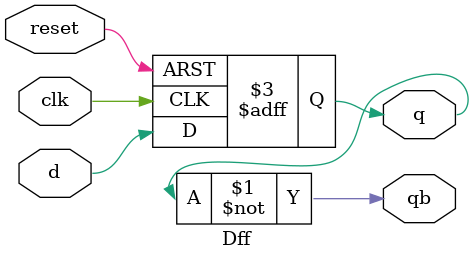
<source format=sv>
module Dff (clk, reset,
  d, q, qb);
  input      clk;
  input      reset;
  input      d;
  output     q;
  output     qb;

  reg        q;
  assign qb = ~q;
  always @(posedge clk or posedge reset)
  begin
    if (reset) begin
      // Asynchronous reset when reset goes high
      q <= 1'b0;
    end else begin
      // Assign D to Q on positive clock edge
      q <= d;
    end
  end
endmodule

</source>
